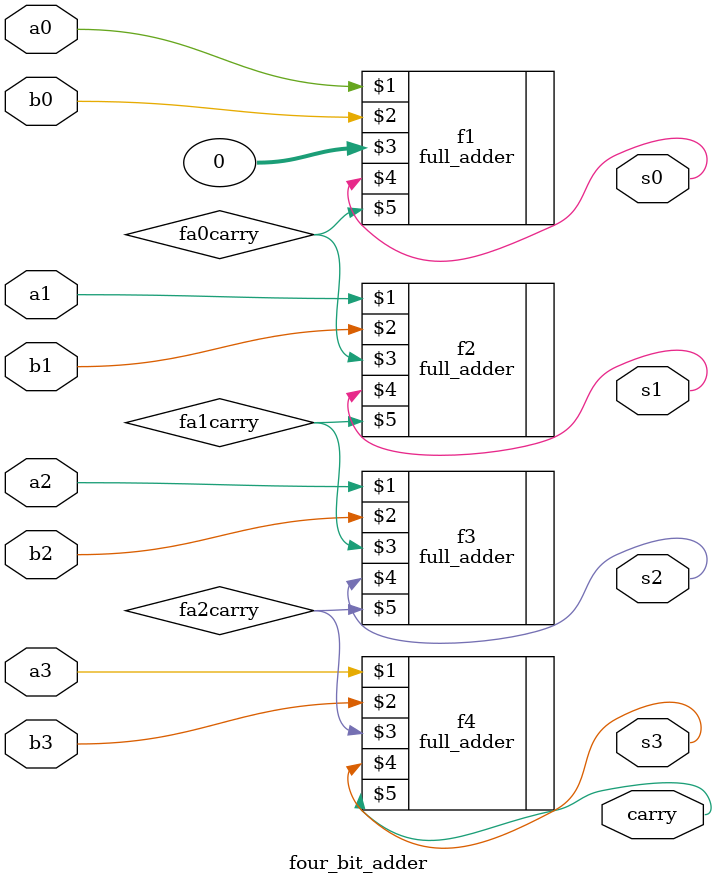
<source format=v>
`timescale 1ns / 1ps


module four_bit_adder(a0, b0, a1, b1, a2, b2, a3, b3, s0, s1, s2, s3, carry);

input a0, b0, a1, b1, a2, b2, a3, b3;
output s0, s1, s2, s3, carry;
wire fa0carry, fa1carry, fa2carry;
full_adder f1(a0, b0, 0, s0, fa0carry);
full_adder f2(a1, b1, fa0carry, s1, fa1carry);
full_adder f3(a2, b2, fa1carry, s2, fa2carry);
full_adder f4(a3, b3, fa2carry, s3, carry);

endmodule

</source>
